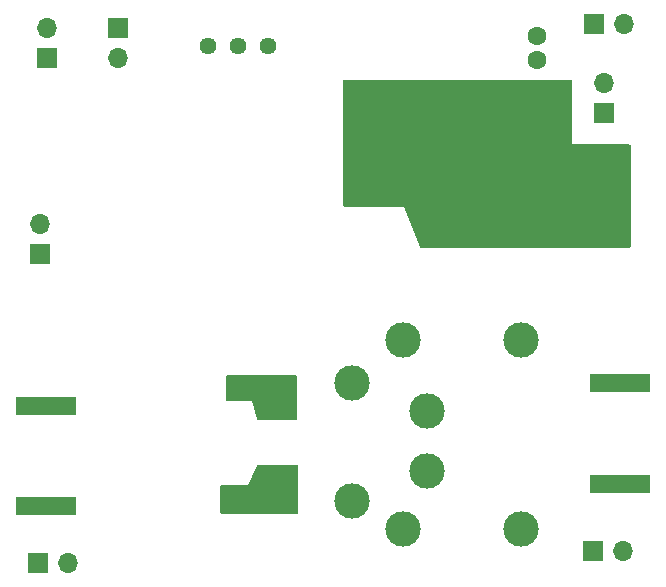
<source format=gbs>
G04 #@! TF.GenerationSoftware,KiCad,Pcbnew,7.0.10*
G04 #@! TF.CreationDate,2024-04-22T16:42:47-07:00*
G04 #@! TF.ProjectId,powerAmp,706f7765-7241-46d7-902e-6b696361645f,rev?*
G04 #@! TF.SameCoordinates,Original*
G04 #@! TF.FileFunction,Soldermask,Bot*
G04 #@! TF.FilePolarity,Negative*
%FSLAX46Y46*%
G04 Gerber Fmt 4.6, Leading zero omitted, Abs format (unit mm)*
G04 Created by KiCad (PCBNEW 7.0.10) date 2024-04-22 16:42:47*
%MOMM*%
%LPD*%
G01*
G04 APERTURE LIST*
%ADD10C,3.000000*%
%ADD11R,1.700000X1.700000*%
%ADD12O,1.700000X1.700000*%
%ADD13C,1.600000*%
%ADD14R,5.080000X1.500000*%
%ADD15C,1.440000*%
G04 APERTURE END LIST*
D10*
X100750000Y-120060000D03*
X94400000Y-117680000D03*
X94400000Y-127680000D03*
X100750000Y-125140000D03*
D11*
X68565000Y-90180000D03*
D12*
X68565000Y-87640000D03*
D11*
X114770000Y-131885000D03*
D12*
X117310000Y-131885000D03*
D13*
X110085000Y-90305000D03*
X110085000Y-88305000D03*
D11*
X67780000Y-132925000D03*
D12*
X70320000Y-132925000D03*
D11*
X68009600Y-106750400D03*
D12*
X68009600Y-104210400D03*
D11*
X115775000Y-94800000D03*
D12*
X115775000Y-92260000D03*
D14*
X117092500Y-117730000D03*
X117092500Y-126230000D03*
D11*
X114920000Y-87255000D03*
D12*
X117460000Y-87255000D03*
D14*
X68480000Y-128130000D03*
X68480000Y-119630000D03*
D11*
X74605000Y-87635000D03*
D12*
X74605000Y-90175000D03*
D10*
X98730000Y-130055000D03*
X98730000Y-114055000D03*
X108730000Y-130055000D03*
X108730000Y-114055000D03*
D15*
X87315000Y-89115000D03*
X84775000Y-89115000D03*
X82235000Y-89115000D03*
G36*
X89798039Y-124624685D02*
G01*
X89843794Y-124677489D01*
X89855000Y-124729000D01*
X89855000Y-128681000D01*
X89835315Y-128748039D01*
X89782511Y-128793794D01*
X89731000Y-128805000D01*
X83379000Y-128805000D01*
X83311961Y-128785315D01*
X83266206Y-128732511D01*
X83255000Y-128681000D01*
X83255000Y-126429000D01*
X83274685Y-126361961D01*
X83327489Y-126316206D01*
X83379000Y-126305000D01*
X85555000Y-126305000D01*
X85555000Y-126304999D01*
X86321495Y-124676201D01*
X86367851Y-124623924D01*
X86433692Y-124605000D01*
X89731000Y-124605000D01*
X89798039Y-124624685D01*
G37*
G36*
X89698039Y-117024685D02*
G01*
X89743794Y-117077489D01*
X89755000Y-117129000D01*
X89755000Y-120681000D01*
X89735315Y-120748039D01*
X89682511Y-120793794D01*
X89631000Y-120805000D01*
X86451817Y-120805000D01*
X86384778Y-120785315D01*
X86339023Y-120732511D01*
X86331519Y-120711074D01*
X85955000Y-119205000D01*
X83879000Y-119205000D01*
X83811961Y-119185315D01*
X83766206Y-119132511D01*
X83755000Y-119081000D01*
X83755000Y-117129000D01*
X83774685Y-117061961D01*
X83827489Y-117016206D01*
X83879000Y-117005000D01*
X89631000Y-117005000D01*
X89698039Y-117024685D01*
G37*
G36*
X112967360Y-92014685D02*
G01*
X113013115Y-92067489D01*
X113024319Y-92119678D01*
X112994999Y-97484999D01*
X112995000Y-97485000D01*
X117871000Y-97485000D01*
X117938039Y-97504685D01*
X117983794Y-97557489D01*
X117995000Y-97609000D01*
X117995000Y-106131000D01*
X117975315Y-106198039D01*
X117922511Y-106243794D01*
X117871000Y-106255000D01*
X100269937Y-106255000D01*
X100202898Y-106235315D01*
X100157143Y-106182511D01*
X100154313Y-106175800D01*
X98825000Y-102745000D01*
X93778655Y-102745000D01*
X93711616Y-102725315D01*
X93665861Y-102672511D01*
X93654655Y-102621346D01*
X93625347Y-92119346D01*
X93644845Y-92052252D01*
X93697521Y-92006350D01*
X93749347Y-91995000D01*
X112900321Y-91995000D01*
X112967360Y-92014685D01*
G37*
M02*

</source>
